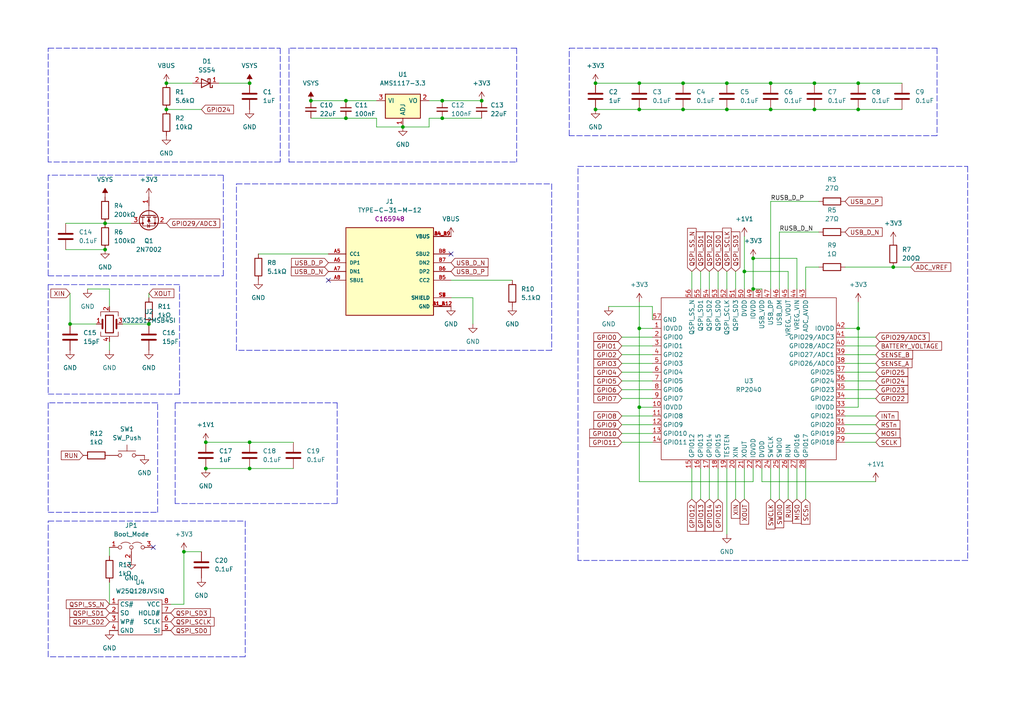
<source format=kicad_sch>
(kicad_sch (version 20211123) (generator eeschema)
  (paper "A4")
  (lib_symbols
    (symbol "01-rickbassham:GD25Q16ETIGR"
      (property "Reference" "U" (at 0 0 0))
      (property "Value" "GD25Q16ETIGR" (at 0 0 0))
      (symbol "GD25Q16ETIGR_0_1"
        (rectangle (start -6.35 -5.08) (end 6.35 -15.24))
      )
      (symbol "GD25Q16ETIGR_1_1"
        (pin output line (at -8.89 -6.35 0) (length 2.54) (name "CS#") (number "1"))
        (pin output line (at -8.89 -8.89 0) (length 2.54) (name "SO") (number "2"))
        (pin output line (at -8.89 -11.43 0) (length 2.54) (name "WP#") (number "3"))
        (pin output line (at -8.89 -13.97 0) (length 2.54) (name "GND") (number "4"))
        (pin output line (at 8.89 -13.97 180) (length 2.54) (name "SI") (number "5"))
        (pin output line (at 8.89 -11.43 180) (length 2.54) (name "SCLK") (number "6"))
        (pin output line (at 8.89 -8.89 180) (length 2.54) (name "HOLD#") (number "7"))
        (pin output line (at 8.89 -6.35 180) (length 2.54) (name "VCC") (number "8"))
      )
    )
    (symbol "01-rickbassham:RP2040"
      (property "Reference" "U" (at 0 1.27 0))
      (property "Value" "RP2040" (at 0 -1.27 0))
      (symbol "RP2040_0_1"
        (rectangle (start -25.4 25.4) (end 25.4 -21.59))
      )
      (symbol "RP2040_1_1"
        (pin output line (at -27.94 16.51 0) (length 2.54) (name "IOVDD") (number "1"))
        (pin output line (at -27.94 -6.35 0) (length 2.54) (name "IOVDD") (number "10"))
        (pin output line (at -27.94 -8.89 0) (length 2.54) (name "GPIO8") (number "11"))
        (pin output line (at -27.94 -11.43 0) (length 2.54) (name "GPIO9") (number "12"))
        (pin output line (at -27.94 -13.97 0) (length 2.54) (name "GPIO10") (number "13"))
        (pin output line (at -27.94 -16.51 0) (length 2.54) (name "GPIO11") (number "14"))
        (pin output line (at -16.51 -24.13 90) (length 2.54) (name "GPIO12") (number "15"))
        (pin output line (at -13.97 -24.13 90) (length 2.54) (name "GPIO13") (number "16"))
        (pin output line (at -11.43 -24.13 90) (length 2.54) (name "GPIO14") (number "17"))
        (pin output line (at -8.89 -24.13 90) (length 2.54) (name "GPIO15") (number "18"))
        (pin output line (at -6.35 -24.13 90) (length 2.54) (name "TESTEN") (number "19"))
        (pin output line (at -27.94 13.97 0) (length 2.54) (name "GPIO0") (number "2"))
        (pin output line (at -3.81 -24.13 90) (length 2.54) (name "XIN") (number "20"))
        (pin output line (at -1.27 -24.13 90) (length 2.54) (name "XOUT") (number "21"))
        (pin output line (at 1.27 -24.13 90) (length 2.54) (name "IOVDD") (number "22"))
        (pin output line (at 3.81 -24.13 90) (length 2.54) (name "DVDD") (number "23"))
        (pin output line (at 6.35 -24.13 90) (length 2.54) (name "SWCLK") (number "24"))
        (pin output line (at 8.89 -24.13 90) (length 2.54) (name "SWDIO") (number "25"))
        (pin output line (at 11.43 -24.13 90) (length 2.54) (name "RUN") (number "26"))
        (pin output line (at 13.97 -24.13 90) (length 2.54) (name "GPIO16") (number "27"))
        (pin output line (at 16.51 -24.13 90) (length 2.54) (name "GPIO17") (number "28"))
        (pin output line (at 27.94 -16.51 180) (length 2.54) (name "GPIO18") (number "29"))
        (pin output line (at -27.94 11.43 0) (length 2.54) (name "GPIO1") (number "3"))
        (pin output line (at 27.94 -13.97 180) (length 2.54) (name "GPIO19") (number "30"))
        (pin output line (at 27.94 -11.43 180) (length 2.54) (name "GPIO20") (number "31"))
        (pin output line (at 27.94 -8.89 180) (length 2.54) (name "GPIO21") (number "32"))
        (pin output line (at 27.94 -6.35 180) (length 2.54) (name "IOVDD") (number "33"))
        (pin output line (at 27.94 -3.81 180) (length 2.54) (name "GPIO22") (number "34"))
        (pin output line (at 27.94 -1.27 180) (length 2.54) (name "GPIO23") (number "35"))
        (pin output line (at 27.94 1.27 180) (length 2.54) (name "GPIO24") (number "36"))
        (pin output line (at 27.94 3.81 180) (length 2.54) (name "GPIO25") (number "37"))
        (pin output line (at 27.94 6.35 180) (length 2.54) (name "GPIO26/ADC0") (number "38"))
        (pin output line (at 27.94 8.89 180) (length 2.54) (name "GPIO27/ADC1") (number "39"))
        (pin output line (at -27.94 8.89 0) (length 2.54) (name "GPIO2") (number "4"))
        (pin output line (at 27.94 11.43 180) (length 2.54) (name "GPIO28/ADC2") (number "40"))
        (pin output line (at 27.94 13.97 180) (length 2.54) (name "GPIO29/ADC3") (number "41"))
        (pin output line (at 27.94 16.51 180) (length 2.54) (name "IOVDD") (number "42"))
        (pin output line (at 16.51 27.94 270) (length 2.54) (name "ADC_AVDD") (number "43"))
        (pin output line (at 13.97 27.94 270) (length 2.54) (name "VREG_VIN") (number "44"))
        (pin output line (at 11.43 27.94 270) (length 2.54) (name "VREG_VOUT") (number "45"))
        (pin output line (at 8.89 27.94 270) (length 2.54) (name "USB_DM") (number "46"))
        (pin output line (at 6.35 27.94 270) (length 2.54) (name "USB_DP") (number "47"))
        (pin output line (at 3.81 27.94 270) (length 2.54) (name "USB_VDD") (number "48"))
        (pin output line (at 1.27 27.94 270) (length 2.54) (name "IOVDD") (number "49"))
        (pin output line (at -27.94 6.35 0) (length 2.54) (name "GPIO3") (number "5"))
        (pin output line (at -1.27 27.94 270) (length 2.54) (name "DVDD") (number "50"))
        (pin output line (at -3.81 27.94 270) (length 2.54) (name "QSPI_SD3") (number "51"))
        (pin output line (at -6.35 27.94 270) (length 2.54) (name "QSPI_SCLK") (number "52"))
        (pin output line (at -8.89 27.94 270) (length 2.54) (name "QSPI_SD0") (number "53"))
        (pin output line (at -11.43 27.94 270) (length 2.54) (name "QSPI_SD2") (number "54"))
        (pin output line (at -13.97 27.94 270) (length 2.54) (name "QSPI_SD1") (number "55"))
        (pin output line (at -16.51 27.94 270) (length 2.54) (name "QSPI_SS_N") (number "56"))
        (pin output line (at -27.94 19.05 0) (length 2.54) (name "GND") (number "57"))
        (pin output line (at -27.94 3.81 0) (length 2.54) (name "GPIO4") (number "6"))
        (pin output line (at -27.94 1.27 0) (length 2.54) (name "GPIO5") (number "7"))
        (pin output line (at -27.94 -1.27 0) (length 2.54) (name "GPIO6") (number "8"))
        (pin output line (at -27.94 -3.81 0) (length 2.54) (name "GPIO7") (number "9"))
      )
    )
    (symbol "01-rickbassham:SS54" (pin_names hide)
      (property "Reference" "D" (at 0 1.27 0))
      (property "Value" "SS54" (at 0 -1.27 0))
      (symbol "SS54_0_1"
        (polyline (pts (xy 1.27 -3.81) (xy -1.27 -3.81)))
        (polyline (pts (xy 1.27 -2.54) (xy 1.27 -5.08) (xy -1.27 -3.81) (xy 1.27 -2.54)) (stroke (width 0.254)))
        (polyline (pts (xy -1.905 -3.175) (xy -1.905 -2.54) (xy -1.27 -2.54) (xy -1.27 -5.08) (xy -0.635 -5.08) (xy -0.635 -4.445)) (stroke (width 0.254)))
      )
      (symbol "SS54_1_1"
        (pin passive line (at -3.81 -3.81 0) (length 2.54) (name "K") (number "1"))
        (pin passive line (at 3.81 -3.81 180) (length 2.54) (name "A") (number "2"))
      )
    )
    (symbol "01-rickbassham:TYPE-C-31-M-12" (pin_names (offset 1.016))
      (property "Reference" "J" (at -12.7 13.462 0))
      (property "Value" "TYPE-C-31-M-12" (at -12.7 -13.462 0))
      (property "LCSC" "C165948" (at 0 0 0))
      (symbol "TYPE-C-31-M-12_0_0"
        (rectangle (start -12.7 -12.7) (end 12.7 12.7) (stroke (width 0.254)) (fill (type background)))
        (pin power_in line (at 17.78 -10.16 180) (length 5.08) (name "GND") (number "A1_B12"))
        (pin power_in line (at 17.78 10.16 180) (length 5.08) (name "VBUS") (number "A4_B9"))
        (pin bidirectional line (at -17.78 5.08 0) (length 5.08) (name "CC1") (number "A5"))
        (pin bidirectional line (at -17.78 2.54 0) (length 5.08) (name "DP1") (number "A6"))
        (pin bidirectional line (at -17.78 0 0) (length 5.08) (name "DN1") (number "A7"))
        (pin bidirectional line (at -17.78 -2.54 0) (length 5.08) (name "SBU1") (number "A8"))
        (pin power_in line (at 17.78 -10.16 180) (length 5.08) (name "GND") (number "B1_A12"))
        (pin power_in line (at 17.78 10.16 180) (length 5.08) (name "VBUS") (number "B4_A9"))
        (pin bidirectional line (at 17.78 -2.54 180) (length 5.08) (name "CC2") (number "B5"))
        (pin bidirectional line (at 17.78 0 180) (length 5.08) (name "DP2") (number "B6"))
        (pin bidirectional line (at 17.78 2.54 180) (length 5.08) (name "DN2") (number "B7"))
        (pin bidirectional line (at 17.78 5.08 180) (length 5.08) (name "SBU2") (number "B8"))
        (pin passive line (at 17.78 -7.62 180) (length 5.08) (name "SHIELD") (number "S1"))
        (pin passive line (at 17.78 -7.62 180) (length 5.08) (name "SHIELD") (number "S2"))
        (pin passive line (at 17.78 -7.62 180) (length 5.08) (name "SHIELD") (number "S3"))
        (pin passive line (at 17.78 -7.62 180) (length 5.08) (name "SHIELD") (number "S4"))
      )
    )
    (symbol "01-rickbassham:VSYS" (power) (pin_names (offset 0))
      (property "Value" "VSYS" (at 0 3.81 0))
      (symbol "VSYS_0_1"
        (polyline (pts (xy 0 0) (xy 0 2.54)))
        (polyline (pts (xy 0.762 1.27) (xy -0.762 1.27) (xy 0 2.54) (xy 0.762 1.27)) (fill (type outline)))
      )
      (symbol "VSYS_1_1"
        (pin power_in line (at 0 0 90) (length 0) hide (name "VSYS") (number "1"))
      )
    )
    (symbol "01-rickbassham:X322512MSB4SI" (pin_names hide)
      (property "Reference" "U" (at 0 0 0))
      (property "Value" "X322512MSB4SI" (at 0 0 0))
      (symbol "X322512MSB4SI_0_1"
        (rectangle (start -1.143 -10.16) (end 1.143 -15.24) (stroke (width 0.3048)))
        (polyline (pts (xy -2.54 -12.7) (xy -2.032 -12.7)))
        (polyline (pts (xy -2.032 -13.97) (xy -2.032 -11.43)) (stroke (width 0.508)))
        (polyline (pts (xy 0 -16.51) (xy 0 -16.256)))
        (polyline (pts (xy 0 -9.144) (xy 0 -8.89)))
        (polyline (pts (xy 2.032 -13.97) (xy 2.032 -11.43)) (stroke (width 0.508)))
        (polyline (pts (xy 2.032 -12.7) (xy 2.54 -12.7)))
        (polyline (pts (xy -2.54 -14.986) (xy -2.54 -16.256) (xy 2.54 -16.256) (xy 2.54 -14.986)))
        (polyline (pts (xy -2.54 -10.414) (xy -2.54 -9.144) (xy 2.54 -9.144) (xy 2.54 -10.414)))
      )
      (symbol "X322512MSB4SI_1_1"
        (pin passive line (at -3.81 -12.7 0) (length 1.27) (name "1") (number "1"))
        (pin passive line (at 0 -7.62 270) (length 1.27) (name "2") (number "2"))
        (pin passive line (at 3.81 -12.7 180) (length 1.27) (name "3") (number "3"))
        (pin passive line (at 0 -17.78 90) (length 1.27) (name "4") (number "4"))
      )
    )
    (symbol "Device:C" (pin_numbers hide) (pin_names (offset 0.254))
      (property "Reference" "C" (at 0.635 2.54 0))
      (property "Value" "C" (at 0.635 -2.54 0))
      (symbol "C_0_1"
        (polyline (pts (xy -2.032 -0.762) (xy 2.032 -0.762)) (stroke (width 0.508)))
        (polyline (pts (xy -2.032 0.762) (xy 2.032 0.762)) (stroke (width 0.508)))
      )
      (symbol "C_1_1"
        (pin passive line (at 0 3.81 270) (length 2.794) (name "~") (number "1"))
        (pin passive line (at 0 -3.81 90) (length 2.794) (name "~") (number "2"))
      )
    )
    (symbol "Device:C_Small" (pin_numbers hide) (pin_names (offset 0.254) hide)
      (property "Reference" "C" (at 0.254 1.778 0))
      (property "Value" "C_Small" (at 0.254 -2.032 0))
      (symbol "C_Small_0_1"
        (polyline (pts (xy -1.524 -0.508) (xy 1.524 -0.508)) (stroke (width 0.3302)))
        (polyline (pts (xy -1.524 0.508) (xy 1.524 0.508)) (stroke (width 0.3048)))
      )
      (symbol "C_Small_1_1"
        (pin passive line (at 0 2.54 270) (length 2.032) (name "~") (number "1"))
        (pin passive line (at 0 -2.54 90) (length 2.032) (name "~") (number "2"))
      )
    )
    (symbol "Device:R" (pin_numbers hide) (pin_names (offset 0))
      (property "Reference" "R" (at 2.032 0 90))
      (property "Value" "R" (at 0 0 90))
      (symbol "R_0_1"
        (rectangle (start -1.016 -2.54) (end 1.016 2.54) (stroke (width 0.254)))
      )
      (symbol "R_1_1"
        (pin passive line (at 0 3.81 270) (length 1.27) (name "~") (number "1"))
        (pin passive line (at 0 -3.81 90) (length 1.27) (name "~") (number "2"))
      )
    )
    (symbol "Jumper:Jumper_3_Open" (pin_names (offset 0) hide)
      (property "Reference" "JP" (at -2.54 -2.54 0))
      (property "Value" "Jumper_3_Open" (at 0 2.794 0))
      (symbol "Jumper_3_Open_0_0"
        (circle (center -3.302 0) (radius 0.508))
        (circle (center 0 0) (radius 0.508))
        (circle (center 3.302 0) (radius 0.508))
      )
      (symbol "Jumper_3_Open_0_1"
        (arc (start -0.254 1.016) (mid -1.651 1.4992) (end -3.048 1.016))
        (polyline (pts (xy 0 -0.508) (xy 0 -1.27)))
        (arc (start 3.048 1.016) (mid 1.651 1.4992) (end 0.254 1.016))
      )
      (symbol "Jumper_3_Open_1_1"
        (pin passive line (at -6.35 0 0) (length 2.54) (name "A") (number "1"))
        (pin passive line (at 0 -3.81 90) (length 2.54) (name "C") (number "2"))
        (pin passive line (at 6.35 0 180) (length 2.54) (name "B") (number "3"))
      )
    )
    (symbol "Regulator_Linear:AMS1117" (pin_names (offset 0.762))
      (property "Reference" "U" (at -3.81 3.175 0))
      (property "Value" "AMS1117" (at 0 3.175 0))
      (symbol "AMS1117_0_1"
        (rectangle (start -5.08 -5.08) (end 5.08 1.905) (stroke (width 0.254)) (fill (type background)))
      )
      (symbol "AMS1117_1_1"
        (pin input line (at 0 -7.62 90) (length 2.54) (name "ADJ") (number "1"))
        (pin power_out line (at 7.62 0 180) (length 2.54) (name "VO") (number "2"))
        (pin power_in line (at -7.62 0 0) (length 2.54) (name "VI") (number "3"))
      )
    )
    (symbol "Switch:SW_Push" (pin_numbers hide) (pin_names (offset 1.016) hide)
      (property "Reference" "SW" (at 1.27 2.54 0))
      (property "Value" "SW_Push" (at 0 -1.524 0))
      (symbol "SW_Push_0_1"
        (circle (center -2.032 0) (radius 0.508))
        (polyline (pts (xy 0 1.27) (xy 0 3.048)))
        (polyline (pts (xy 2.54 1.27) (xy -2.54 1.27)))
        (circle (center 2.032 0) (radius 0.508))
        (pin passive line (at -5.08 0 0) (length 2.54) (name "1") (number "1"))
        (pin passive line (at 5.08 0 180) (length 2.54) (name "2") (number "2"))
      )
    )
    (symbol "Transistor_FET:2N7002" (pin_names hide)
      (property "Reference" "Q" (at 5.08 1.905 0))
      (property "Value" "2N7002" (at 5.08 0 0))
      (symbol "2N7002_0_1"
        (polyline (pts (xy 0.254 0) (xy -2.54 0)))
        (polyline (pts (xy 0.254 1.905) (xy 0.254 -1.905)) (stroke (width 0.254)))
        (polyline (pts (xy 0.762 -1.27) (xy 0.762 -2.286)) (stroke (width 0.254)))
        (polyline (pts (xy 0.762 0.508) (xy 0.762 -0.508)) (stroke (width 0.254)))
        (polyline (pts (xy 0.762 2.286) (xy 0.762 1.27)) (stroke (width 0.254)))
        (polyline (pts (xy 2.54 2.54) (xy 2.54 1.778)))
        (polyline (pts (xy 2.54 -2.54) (xy 2.54 0) (xy 0.762 0)))
        (polyline (pts (xy 0.762 -1.778) (xy 3.302 -1.778) (xy 3.302 1.778) (xy 0.762 1.778)))
        (polyline (pts (xy 1.016 0) (xy 2.032 0.381) (xy 2.032 -0.381) (xy 1.016 0)) (fill (type outline)))
        (polyline (pts (xy 2.794 0.508) (xy 2.921 0.381) (xy 3.683 0.381) (xy 3.81 0.254)))
        (polyline (pts (xy 3.302 0.381) (xy 2.921 -0.254) (xy 3.683 -0.254) (xy 3.302 0.381)))
        (circle (center 1.651 0) (radius 2.794) (stroke (width 0.254)))
        (circle (center 2.54 -1.778) (radius 0.254) (fill (type outline)))
        (circle (center 2.54 1.778) (radius 0.254) (fill (type outline)))
      )
      (symbol "2N7002_1_1"
        (pin input line (at -5.08 0 0) (length 2.54) (name "G") (number "1"))
        (pin passive line (at 2.54 -5.08 90) (length 2.54) (name "S") (number "2"))
        (pin passive line (at 2.54 5.08 270) (length 2.54) (name "D") (number "3"))
      )
    )
    (symbol "power:+1V1" (power) (pin_names (offset 0))
      (property "Value" "+1V1" (at 0 3.556 0))
      (symbol "+1V1_0_1"
        (polyline (pts (xy -0.762 1.27) (xy 0 2.54)))
        (polyline (pts (xy 0 0) (xy 0 2.54)))
        (polyline (pts (xy 0 2.54) (xy 0.762 1.27)))
      )
      (symbol "+1V1_1_1"
        (pin power_in line (at 0 0 90) (length 0) hide (name "+1V1") (number "1"))
      )
    )
    (symbol "power:+3.3V" (power) (pin_names (offset 0))
      (property "Value" "+3.3V" (at 0 3.556 0))
      (symbol "+3.3V_0_1"
        (polyline (pts (xy -0.762 1.27) (xy 0 2.54)))
        (polyline (pts (xy 0 0) (xy 0 2.54)))
        (polyline (pts (xy 0 2.54) (xy 0.762 1.27)))
      )
      (symbol "+3.3V_1_1"
        (pin power_in line (at 0 0 90) (length 0) hide (name "+3V3") (number "1"))
      )
    )
    (symbol "power:GND" (power) (pin_names (offset 0))
      (property "Value" "GND" (at 0 -3.81 0))
      (symbol "GND_0_1"
        (polyline (pts (xy 0 0) (xy 0 -1.27) (xy 1.27 -1.27) (xy 0 -2.54) (xy -1.27 -1.27) (xy 0 -1.27)))
      )
      (symbol "GND_1_1"
        (pin power_in line (at 0 0 270) (length 0) hide (name "GND") (number "1"))
      )
    )
    (symbol "power:VBUS" (power) (pin_names (offset 0))
      (property "Value" "VBUS" (at 0 3.81 0))
      (symbol "VBUS_0_1"
        (polyline (pts (xy -0.762 1.27) (xy 0 2.54)))
        (polyline (pts (xy 0 0) (xy 0 2.54)))
        (polyline (pts (xy 0 2.54) (xy 0.762 1.27)))
      )
      (symbol "VBUS_1_1"
        (pin power_in line (at 0 0 90) (length 0) hide (name "VBUS") (number "1"))
      )
    )
  )
  (junction (at 236.22 24.13))
  (junction (at 172.72 24.13))
  (junction (at 259.08 77.47))
  (junction (at 116.84 36.83))
  (junction (at 223.52 24.13))
  (junction (at 185.42 31.75))
  (junction (at 172.72 31.75))
  (junction (at 198.12 24.13))
  (junction (at 223.52 31.75))
  (junction (at 128.27 34.29))
  (junction (at 72.39 135.89))
  (junction (at 185.42 118.11))
  (junction (at 48.26 31.75))
  (junction (at 100.33 29.21))
  (junction (at 185.42 24.13))
  (junction (at 128.27 29.21))
  (junction (at 218.44 74.93))
  (junction (at 59.69 135.89))
  (junction (at 30.48 64.77))
  (junction (at 72.39 24.13))
  (junction (at 72.39 128.27))
  (junction (at 248.92 31.75))
  (junction (at 53.34 160.02))
  (junction (at 30.48 72.39))
  (junction (at 198.12 31.75))
  (junction (at 210.82 31.75))
  (junction (at 236.22 31.75))
  (junction (at 43.18 93.98))
  (junction (at 215.9 78.74))
  (junction (at 100.33 34.29))
  (junction (at 210.82 24.13))
  (junction (at 185.42 95.25))
  (junction (at 20.32 93.98))
  (junction (at 248.92 95.25))
  (junction (at 59.69 128.27))
  (junction (at 90.17 29.21))
  (junction (at 139.7 29.21))
  (junction (at 218.44 83.82))
  (junction (at 48.26 24.13))
  (junction (at 248.92 24.13))
  (no_connect (at 95.25 81.28))
  (no_connect (at 44.45 158.75))
  (no_connect (at 130.81 73.66))
  (wire (pts (xy 223.52 83.82) (xy 223.52 58.42)))
  (wire (pts (xy 128.27 29.21) (xy 139.7 29.21)))
  (wire (pts (xy 233.68 77.47) (xy 237.49 77.47)))
  (wire (pts (xy 189.23 118.11) (xy 185.42 118.11)))
  (wire (pts (xy 189.23 88.9) (xy 189.23 92.71)))
  (polyline (pts (xy 160.02 101.6) (xy 68.58 101.6)))
  (wire (pts (xy 223.52 31.75) (xy 236.22 31.75)))
  (polyline (pts (xy 271.78 13.97) (xy 271.78 39.37)))
  (wire (pts (xy 245.11 105.41) (xy 254 105.41)))
  (wire (pts (xy 180.34 113.03) (xy 189.23 113.03)))
  (polyline (pts (xy 13.97 13.97) (xy 81.28 13.97)))
  (polyline (pts (xy 97.79 146.05) (xy 50.8 146.05)))
  (wire (pts (xy 100.33 29.21) (xy 109.22 29.21)))
  (polyline (pts (xy 13.97 148.59) (xy 45.72 148.59)))
  (wire (pts (xy 210.82 135.89) (xy 210.82 154.94)))
  (wire (pts (xy 100.33 34.29) (xy 109.22 34.29)))
  (wire (pts (xy 248.92 95.25) (xy 245.11 95.25)))
  (wire (pts (xy 185.42 87.63) (xy 185.42 95.25)))
  (wire (pts (xy 245.11 102.87) (xy 254 102.87)))
  (wire (pts (xy 223.52 24.13) (xy 236.22 24.13)))
  (wire (pts (xy 248.92 87.63) (xy 248.92 95.25)))
  (wire (pts (xy 53.34 160.02) (xy 58.42 160.02)))
  (wire (pts (xy 208.28 78.74) (xy 208.28 83.82)))
  (wire (pts (xy 180.34 107.95) (xy 189.23 107.95)))
  (wire (pts (xy 180.34 110.49) (xy 189.23 110.49)))
  (polyline (pts (xy 45.72 148.59) (xy 45.72 116.84)))
  (wire (pts (xy 185.42 24.13) (xy 198.12 24.13)))
  (wire (pts (xy 49.53 175.26) (xy 53.34 175.26)))
  (wire (pts (xy 72.39 135.89) (xy 85.09 135.89)))
  (wire (pts (xy 90.17 29.21) (xy 100.33 29.21)))
  (wire (pts (xy 185.42 31.75) (xy 198.12 31.75)))
  (wire (pts (xy 245.11 120.65) (xy 254 120.65)))
  (wire (pts (xy 172.72 31.75) (xy 185.42 31.75)))
  (polyline (pts (xy 160.02 53.34) (xy 160.02 101.6)))
  (polyline (pts (xy 68.58 101.6) (xy 68.58 53.34)))
  (wire (pts (xy 259.08 77.47) (xy 264.16 77.47)))
  (wire (pts (xy 245.11 115.57) (xy 254 115.57)))
  (polyline (pts (xy 280.67 162.56) (xy 167.64 162.56)))
  (wire (pts (xy 185.42 139.7) (xy 185.42 118.11)))
  (polyline (pts (xy 13.97 46.99) (xy 13.97 13.97)))
  (wire (pts (xy 215.9 135.89) (xy 215.9 144.78)))
  (wire (pts (xy 254 139.7) (xy 220.98 139.7)))
  (wire (pts (xy 180.34 128.27) (xy 189.23 128.27)))
  (wire (pts (xy 130.81 86.36) (xy 137.16 86.36)))
  (wire (pts (xy 203.2 135.89) (xy 203.2 144.78)))
  (polyline (pts (xy 81.28 13.97) (xy 81.28 46.99)))
  (wire (pts (xy 213.36 78.74) (xy 213.36 83.82)))
  (polyline (pts (xy 52.07 114.3) (xy 52.07 82.55)))
  (polyline (pts (xy 13.97 116.84) (xy 13.97 148.59)))
  (wire (pts (xy 218.44 83.82) (xy 220.98 83.82)))
  (wire (pts (xy 208.28 135.89) (xy 208.28 144.78)))
  (wire (pts (xy 137.16 86.36) (xy 137.16 93.98)))
  (wire (pts (xy 124.46 29.21) (xy 128.27 29.21)))
  (polyline (pts (xy 167.64 48.26) (xy 280.67 48.26)))
  (polyline (pts (xy 71.12 190.5) (xy 13.97 190.5)))
  (polyline (pts (xy 13.97 82.55) (xy 13.97 114.3)))
  (wire (pts (xy 198.12 31.75) (xy 210.82 31.75)))
  (wire (pts (xy 55.88 24.13) (xy 48.26 24.13)))
  (wire (pts (xy 74.93 73.66) (xy 95.25 73.66)))
  (wire (pts (xy 198.12 24.13) (xy 210.82 24.13)))
  (polyline (pts (xy 165.1 13.97) (xy 271.78 13.97)))
  (wire (pts (xy 231.14 74.93) (xy 218.44 74.93)))
  (wire (pts (xy 228.6 83.82) (xy 228.6 78.74)))
  (wire (pts (xy 139.7 34.29) (xy 128.27 34.29)))
  (polyline (pts (xy 13.97 151.13) (xy 71.12 151.13)))
  (polyline (pts (xy 149.86 13.97) (xy 149.86 46.99)))
  (wire (pts (xy 53.34 175.26) (xy 53.34 160.02)))
  (polyline (pts (xy 13.97 190.5) (xy 13.97 151.13)))
  (wire (pts (xy 59.69 135.89) (xy 72.39 135.89)))
  (wire (pts (xy 245.11 125.73) (xy 254 125.73)))
  (wire (pts (xy 180.34 123.19) (xy 189.23 123.19)))
  (wire (pts (xy 19.05 72.39) (xy 30.48 72.39)))
  (polyline (pts (xy 68.58 53.34) (xy 160.02 53.34)))
  (polyline (pts (xy 13.97 50.8) (xy 13.97 80.01)))
  (wire (pts (xy 19.05 64.77) (xy 30.48 64.77)))
  (wire (pts (xy 210.82 31.75) (xy 223.52 31.75)))
  (wire (pts (xy 203.2 78.74) (xy 203.2 83.82)))
  (wire (pts (xy 220.98 139.7) (xy 220.98 135.89)))
  (polyline (pts (xy 280.67 48.26) (xy 280.67 162.56)))
  (polyline (pts (xy 50.8 116.84) (xy 97.79 116.84)))
  (polyline (pts (xy 83.82 13.97) (xy 83.82 46.99)))
  (wire (pts (xy 245.11 100.33) (xy 254 100.33)))
  (wire (pts (xy 185.42 95.25) (xy 189.23 95.25)))
  (wire (pts (xy 245.11 113.03) (xy 254 113.03)))
  (wire (pts (xy 20.32 93.98) (xy 27.94 93.98)))
  (wire (pts (xy 205.74 78.74) (xy 205.74 83.82)))
  (wire (pts (xy 180.34 125.73) (xy 189.23 125.73)))
  (polyline (pts (xy 13.97 114.3) (xy 52.07 114.3)))
  (polyline (pts (xy 97.79 116.84) (xy 97.79 146.05)))
  (wire (pts (xy 236.22 31.75) (xy 248.92 31.75)))
  (wire (pts (xy 236.22 24.13) (xy 248.92 24.13)))
  (wire (pts (xy 231.14 135.89) (xy 231.14 144.78)))
  (wire (pts (xy 248.92 24.13) (xy 261.62 24.13)))
  (wire (pts (xy 180.34 100.33) (xy 189.23 100.33)))
  (polyline (pts (xy 45.72 116.84) (xy 13.97 116.84)))
  (wire (pts (xy 180.34 102.87) (xy 189.23 102.87)))
  (polyline (pts (xy 271.78 39.37) (xy 165.1 39.37)))
  (wire (pts (xy 223.52 135.89) (xy 223.52 144.78)))
  (wire (pts (xy 63.5 24.13) (xy 72.39 24.13)))
  (wire (pts (xy 218.44 74.93) (xy 218.44 83.82)))
  (wire (pts (xy 185.42 95.25) (xy 185.42 118.11)))
  (wire (pts (xy 248.92 31.75) (xy 261.62 31.75)))
  (wire (pts (xy 58.42 31.75) (xy 48.26 31.75)))
  (wire (pts (xy 228.6 135.89) (xy 228.6 144.78)))
  (wire (pts (xy 210.82 78.74) (xy 210.82 83.82)))
  (wire (pts (xy 176.53 88.9) (xy 189.23 88.9)))
  (wire (pts (xy 205.74 135.89) (xy 205.74 144.78)))
  (wire (pts (xy 31.75 168.91) (xy 31.75 175.26)))
  (wire (pts (xy 213.36 135.89) (xy 213.36 144.78)))
  (polyline (pts (xy 167.64 162.56) (xy 167.64 48.26)))
  (polyline (pts (xy 52.07 82.55) (xy 13.97 82.55)))
  (wire (pts (xy 180.34 105.41) (xy 189.23 105.41)))
  (polyline (pts (xy 71.12 151.13) (xy 71.12 190.5)))
  (wire (pts (xy 59.69 128.27) (xy 72.39 128.27)))
  (wire (pts (xy 25.4 83.82) (xy 31.75 83.82)))
  (wire (pts (xy 109.22 34.29) (xy 109.22 36.83)))
  (wire (pts (xy 245.11 110.49) (xy 254 110.49)))
  (wire (pts (xy 180.34 97.79) (xy 189.23 97.79)))
  (polyline (pts (xy 83.82 46.99) (xy 149.86 46.99)))
  (wire (pts (xy 245.11 128.27) (xy 254 128.27)))
  (wire (pts (xy 31.75 158.75) (xy 31.75 161.29)))
  (wire (pts (xy 200.66 78.74) (xy 200.66 83.82)))
  (wire (pts (xy 210.82 24.13) (xy 223.52 24.13)))
  (wire (pts (xy 245.11 97.79) (xy 254 97.79)))
  (wire (pts (xy 130.81 81.28) (xy 148.59 81.28)))
  (wire (pts (xy 215.9 78.74) (xy 215.9 83.82)))
  (wire (pts (xy 20.32 85.09) (xy 20.32 93.98)))
  (wire (pts (xy 245.11 118.11) (xy 248.92 118.11)))
  (wire (pts (xy 233.68 83.82) (xy 233.68 77.47)))
  (wire (pts (xy 245.11 107.95) (xy 254 107.95)))
  (wire (pts (xy 31.75 101.6) (xy 31.75 99.06)))
  (wire (pts (xy 248.92 118.11) (xy 248.92 95.25)))
  (polyline (pts (xy 50.8 146.05) (xy 50.8 116.84)))
  (wire (pts (xy 72.39 128.27) (xy 85.09 128.27)))
  (polyline (pts (xy 165.1 39.37) (xy 165.1 13.97)))
  (wire (pts (xy 228.6 78.74) (xy 215.9 78.74)))
  (wire (pts (xy 124.46 36.83) (xy 116.84 36.83)))
  (wire (pts (xy 226.06 67.31) (xy 237.49 67.31)))
  (wire (pts (xy 124.46 34.29) (xy 124.46 36.83)))
  (wire (pts (xy 35.56 93.98) (xy 43.18 93.98)))
  (wire (pts (xy 226.06 83.82) (xy 226.06 67.31)))
  (polyline (pts (xy 149.86 13.97) (xy 83.82 13.97)))
  (wire (pts (xy 128.27 34.29) (xy 124.46 34.29)))
  (wire (pts (xy 245.11 123.19) (xy 254 123.19)))
  (wire (pts (xy 109.22 36.83) (xy 116.84 36.83)))
  (wire (pts (xy 180.34 115.57) (xy 189.23 115.57)))
  (wire (pts (xy 233.68 135.89) (xy 233.68 144.78)))
  (wire (pts (xy 180.34 120.65) (xy 189.23 120.65)))
  (polyline (pts (xy 64.77 50.8) (xy 13.97 50.8)))
  (polyline (pts (xy 64.77 80.01) (xy 64.77 50.8)))
  (wire (pts (xy 218.44 135.89) (xy 218.44 139.7)))
  (wire (pts (xy 172.72 24.13) (xy 185.42 24.13)))
  (wire (pts (xy 30.48 64.77) (xy 38.1 64.77)))
  (wire (pts (xy 231.14 83.82) (xy 231.14 74.93)))
  (wire (pts (xy 223.52 58.42) (xy 237.49 58.42)))
  (wire (pts (xy 90.17 34.29) (xy 100.33 34.29)))
  (polyline (pts (xy 13.97 80.01) (xy 64.77 80.01)))
  (polyline (pts (xy 81.28 46.99) (xy 13.97 46.99)))
  (wire (pts (xy 218.44 139.7) (xy 185.42 139.7)))
  (wire (pts (xy 215.9 68.58) (xy 215.9 78.74)))
  (wire (pts (xy 31.75 83.82) (xy 31.75 88.9)))
  (wire (pts (xy 200.66 135.89) (xy 200.66 144.78)))
  (wire (pts (xy 226.06 135.89) (xy 226.06 144.78)))
  (wire (pts (xy 245.11 77.47) (xy 259.08 77.47)))
  (wire (pts (xy 43.18 85.09) (xy 43.18 86.36)))
  (label "RUSB_D_P" (at 223.52 58.42 0))
  (label "RUSB_D_N" (at 226.06 67.31 0))
  (global_label "QSPI_SS_N" (shape input) (at 200.66 78.74 90) (property "Intersheet References" "${INTERSHEET_REFS}" (effects hide)))
  (global_label "GPIO10" (shape input) (at 180.34 125.73 180) (property "Intersheet References" "${INTERSHEET_REFS}" (effects hide)))
  (global_label "GPIO5" (shape input) (at 180.34 110.49 180) (property "Intersheet References" "${INTERSHEET_REFS}" (effects hide)))
  (global_label "RUN" (shape input) (at 24.13 132.08 180) (property "Intersheet References" "${INTERSHEET_REFS}" (effects hide)))
  (global_label "GPIO11" (shape input) (at 180.34 128.27 180) (property "Intersheet References" "${INTERSHEET_REFS}" (effects hide)))
  (global_label "GPIO8" (shape input) (at 180.34 120.65 180) (property "Intersheet References" "${INTERSHEET_REFS}" (effects hide)))
  (global_label "RUN" (shape input) (at 228.6 144.78 270) (property "Intersheet References" "${INTERSHEET_REFS}" (effects hide)))
  (global_label "GPIO29{slash}ADC3" (shape input) (at 254 97.79 0) (property "Intersheet References" "${INTERSHEET_REFS}" (effects hide)))
  (global_label "QSPI_SD2" (shape input) (at 205.74 78.74 90) (property "Intersheet References" "${INTERSHEET_REFS}" (effects hide)))
  (global_label "USB_D_P" (shape input) (at 130.81 78.74 0) (property "Intersheet References" "${INTERSHEET_REFS}" (effects hide)))
  (global_label "SENSE_A" (shape input) (at 254 105.41 0) (property "Intersheet References" "${INTERSHEET_REFS}" (effects hide)))
  (global_label "QSPI_SD1" (shape input) (at 203.2 78.74 90) (property "Intersheet References" "${INTERSHEET_REFS}" (effects hide)))
  (global_label "GPIO1" (shape input) (at 180.34 100.33 180) (property "Intersheet References" "${INTERSHEET_REFS}" (effects hide)))
  (global_label "MOSI" (shape input) (at 254 125.73 0) (property "Intersheet References" "${INTERSHEET_REFS}" (effects hide)))
  (global_label "QSPI_SD2" (shape input) (at 31.75 180.34 180) (property "Intersheet References" "${INTERSHEET_REFS}" (effects hide)))
  (global_label "SCSn" (shape input) (at 233.68 144.78 270) (property "Intersheet References" "${INTERSHEET_REFS}" (effects hide)))
  (global_label "GPIO6" (shape input) (at 180.34 113.03 180) (property "Intersheet References" "${INTERSHEET_REFS}" (effects hide)))
  (global_label "XIN" (shape input) (at 213.36 144.78 270) (property "Intersheet References" "${INTERSHEET_REFS}" (effects hide)))
  (global_label "SWDIO" (shape input) (at 226.06 144.78 270) (property "Intersheet References" "${INTERSHEET_REFS}" (effects hide)))
  (global_label "GPIO13" (shape input) (at 203.2 144.78 270) (property "Intersheet References" "${INTERSHEET_REFS}" (effects hide)))
  (global_label "GPIO7" (shape input) (at 180.34 115.57 180) (property "Intersheet References" "${INTERSHEET_REFS}" (effects hide)))
  (global_label "USB_D_P" (shape input) (at 245.11 58.42 0) (property "Intersheet References" "${INTERSHEET_REFS}" (effects hide)))
  (global_label "GPIO23" (shape input) (at 254 113.03 0) (property "Intersheet References" "${INTERSHEET_REFS}" (effects hide)))
  (global_label "QSPI_SCLK" (shape input) (at 210.82 78.74 90) (property "Intersheet References" "${INTERSHEET_REFS}" (effects hide)))
  (global_label "XOUT" (shape input) (at 215.9 144.78 270) (property "Intersheet References" "${INTERSHEET_REFS}" (effects hide)))
  (global_label "GPIO4" (shape input) (at 180.34 107.95 180) (property "Intersheet References" "${INTERSHEET_REFS}" (effects hide)))
  (global_label "INTn" (shape input) (at 254 120.65 0) (property "Intersheet References" "${INTERSHEET_REFS}" (effects hide)))
  (global_label "SCLK" (shape input) (at 254 128.27 0) (property "Intersheet References" "${INTERSHEET_REFS}" (effects hide)))
  (global_label "SENSE_B" (shape input) (at 254 102.87 0) (property "Intersheet References" "${INTERSHEET_REFS}" (effects hide)))
  (global_label "GPIO24" (shape input) (at 254 110.49 0) (property "Intersheet References" "${INTERSHEET_REFS}" (effects hide)))
  (global_label "USB_D_N" (shape input) (at 95.25 78.74 180) (property "Intersheet References" "${INTERSHEET_REFS}" (effects hide)))
  (global_label "GPIO15" (shape input) (at 208.28 144.78 270) (property "Intersheet References" "${INTERSHEET_REFS}" (effects hide)))
  (global_label "BATTERY_VOLTAGE" (shape input) (at 254 100.33 0) (property "Intersheet References" "${INTERSHEET_REFS}" (effects hide)))
  (global_label "QSPI_SD3" (shape input) (at 49.53 177.8 0) (property "Intersheet References" "${INTERSHEET_REFS}" (effects hide)))
  (global_label "XIN" (shape input) (at 20.32 85.09 180) (property "Intersheet References" "${INTERSHEET_REFS}" (effects hide)))
  (global_label "USB_D_N" (shape input) (at 245.11 67.31 0) (property "Intersheet References" "${INTERSHEET_REFS}" (effects hide)))
  (global_label "GPIO9" (shape input) (at 180.34 123.19 180) (property "Intersheet References" "${INTERSHEET_REFS}" (effects hide)))
  (global_label "XOUT" (shape input) (at 43.18 85.09 0) (property "Intersheet References" "${INTERSHEET_REFS}" (effects hide)))
  (global_label "QSPI_SD0" (shape input) (at 208.28 78.74 90) (property "Intersheet References" "${INTERSHEET_REFS}" (effects hide)))
  (global_label "GPIO3" (shape input) (at 180.34 105.41 180) (property "Intersheet References" "${INTERSHEET_REFS}" (effects hide)))
  (global_label "ADC_VREF" (shape input) (at 264.16 77.47 0) (property "Intersheet References" "${INTERSHEET_REFS}" (effects hide)))
  (global_label "QSPI_SD1" (shape input) (at 31.75 177.8 180) (property "Intersheet References" "${INTERSHEET_REFS}" (effects hide)))
  (global_label "QSPI_SCLK" (shape input) (at 49.53 180.34 0) (property "Intersheet References" "${INTERSHEET_REFS}" (effects hide)))
  (global_label "RSTn" (shape input) (at 254 123.19 0) (property "Intersheet References" "${INTERSHEET_REFS}" (effects hide)))
  (global_label "GPIO24" (shape input) (at 58.42 31.75 0) (property "Intersheet References" "${INTERSHEET_REFS}" (effects hide)))
  (global_label "USB_D_P" (shape input) (at 95.25 76.2 180) (property "Intersheet References" "${INTERSHEET_REFS}" (effects hide)))
  (global_label "USB_D_N" (shape input) (at 130.81 76.2 0) (property "Intersheet References" "${INTERSHEET_REFS}" (effects hide)))
  (global_label "GPIO0" (shape input) (at 180.34 97.79 180) (property "Intersheet References" "${INTERSHEET_REFS}" (effects hide)))
  (global_label "GPIO14" (shape input) (at 205.74 144.78 270) (property "Intersheet References" "${INTERSHEET_REFS}" (effects hide)))
  (global_label "QSPI_SD0" (shape input) (at 49.53 182.88 0) (property "Intersheet References" "${INTERSHEET_REFS}" (effects hide)))
  (global_label "GPIO25" (shape input) (at 254 107.95 0) (property "Intersheet References" "${INTERSHEET_REFS}" (effects hide)))
  (global_label "SWCLK" (shape input) (at 223.52 144.78 270) (property "Intersheet References" "${INTERSHEET_REFS}" (effects hide)))
  (global_label "GPIO29{slash}ADC3" (shape input) (at 48.26 64.77 0) (property "Intersheet References" "${INTERSHEET_REFS}" (effects hide)))
  (global_label "GPIO22" (shape input) (at 254 115.57 0) (property "Intersheet References" "${INTERSHEET_REFS}" (effects hide)))
  (global_label "GPIO12" (shape input) (at 200.66 144.78 270) (property "Intersheet References" "${INTERSHEET_REFS}" (effects hide)))
  (global_label "QSPI_SS_N" (shape input) (at 31.75 175.26 180) (property "Intersheet References" "${INTERSHEET_REFS}" (effects hide)))
  (global_label "MISO" (shape input) (at 231.14 144.78 270) (property "Intersheet References" "${INTERSHEET_REFS}" (effects hide)))
  (global_label "GPIO2" (shape input) (at 180.34 102.87 180) (property "Intersheet References" "${INTERSHEET_REFS}" (effects hide)))
  (global_label "QSPI_SD3" (shape input) (at 213.36 78.74 90) (property "Intersheet References" "${INTERSHEET_REFS}" (effects hide)))
  (symbol (lib_id "Device:R") (at 241.3 67.31 90) (unit 1)
    (property "Reference" "R5" (at 241.3 60.96 90))
    (property "Value" "27Ω" (at 241.3 63.5 90))
    (property "Footprint" "Resistor_SMD:R_0603_1608Metric" (effects hide))
    (property "LCSC" "C25190" (effects hide))
    (property "JLCPCB Class" "B" (effects hide))
  )
  (symbol (lib_id "power:+3.3V") (at 172.72 24.13 0) (unit 1)
    (property "Reference" "#PWR0135" (effects hide))
    (property "Value" "+3.3V" (at 172.72 19.05 0))
  )
  (symbol (lib_id "power:GND") (at 20.32 101.6 0) (unit 1)
    (property "Reference" "#PWR0112" (effects hide))
    (property "Value" "GND" (at 20.32 106.68 0))
  )
  (symbol (lib_id "power:GND") (at 148.59 88.9 0) (unit 1)
    (property "Reference" "#PWR0103" (effects hide))
    (property "Value" "GND" (at 148.59 93.98 0))
  )
  (symbol (lib_id "power:+3.3V") (at 139.7 29.21 0) (unit 1)
    (property "Reference" "#PWR0117" (effects hide))
    (property "Value" "+3.3V" (at 139.7 24.13 0))
  )
  (symbol (lib_id "Device:R") (at 241.3 58.42 90) (unit 1)
    (property "Reference" "R3" (at 241.3 52.07 90))
    (property "Value" "27Ω" (at 241.3 54.61 90))
    (property "Footprint" "Resistor_SMD:R_0603_1608Metric" (effects hide))
    (property "LCSC" "C25190" (effects hide))
    (property "JLCPCB Class" "B" (effects hide))
  )
  (symbol (lib_id "power:VBUS") (at 130.81 68.58 0) (unit 1)
    (property "Reference" "#PWR0105" (effects hide))
    (property "Value" "VBUS" (at 130.81 63.5 0))
  )
  (symbol (lib_id "Device:C") (at 58.42 163.83 0) (unit 1)
    (property "Reference" "C20" (at 62.23 162.5599 0) (effects (justify left)))
    (property "Value" "0.1uF" (at 62.23 165.0999 0) (effects (justify left)))
    (property "Footprint" "Capacitor_SMD:C_0402_1005Metric" (effects hide))
    (property "LCSC" "C1525" (effects hide))
    (property "JLCPCB Class" "B" (effects hide))
  )
  (symbol (lib_id "power:GND") (at 38.1 162.56 0) (unit 1)
    (property "Reference" "#PWR0121" (effects hide))
    (property "Value" "GND" (at 38.1 167.64 0))
  )
  (symbol (lib_id "power:GND") (at 137.16 93.98 0) (unit 1)
    (property "Reference" "#PWR0104" (effects hide))
    (property "Value" "GND" (at 137.16 99.06 0))
  )
  (symbol (lib_id "01-rickbassham:VSYS") (at 30.48 57.15 0) (unit 1)
    (property "Reference" "#PWR0126" (effects hide))
    (property "Value" "VSYS" (at 30.48 52.07 0))
  )
  (symbol (lib_id "power:GND") (at 31.75 182.88 0) (unit 1)
    (property "Reference" "#PWR0123" (effects hide))
    (property "Value" "GND" (at 31.75 187.96 0))
  )
  (symbol (lib_id "Device:C") (at 20.32 97.79 0) (unit 1)
    (property "Reference" "C15" (at 24.13 96.5199 0) (effects (justify left)))
    (property "Value" "15pF" (at 24.13 99.0599 0) (effects (justify left)))
    (property "Footprint" "Capacitor_SMD:C_0402_1005Metric" (effects hide))
    (property "LCSC" "C1548" (effects hide))
    (property "JLCPCB Class" "B" (effects hide))
  )
  (symbol (lib_id "power:GND") (at 176.53 88.9 0) (unit 1)
    (property "Reference" "#PWR0132" (effects hide))
    (property "Value" "GND" (at 176.53 93.98 0))
  )
  (symbol (lib_id "power:GND") (at 210.82 154.94 0) (unit 1)
    (property "Reference" "#PWR0138" (effects hide))
    (property "Value" "GND" (at 210.82 160.02 0))
  )
  (symbol (lib_id "power:GND") (at 43.18 101.6 0) (unit 1)
    (property "Reference" "#PWR0111" (effects hide))
    (property "Value" "GND" (at 43.18 106.68 0))
  )
  (symbol (lib_id "power:+1V1") (at 215.9 68.58 0) (unit 1)
    (property "Reference" "#PWR0133" (effects hide))
    (property "Value" "+1V1" (at 215.9 63.5 0))
  )
  (symbol (lib_id "power:GND") (at 25.4 83.82 0) (unit 1)
    (property "Reference" "#PWR0114" (effects hide))
    (property "Value" "GND" (at 25.4 88.9 0))
  )
  (symbol (lib_id "Device:R") (at 43.18 90.17 0) (unit 1)
    (property "Reference" "R11" (at 45.72 88.8999 0) (effects (justify left)))
    (property "Value" "1kΩ" (at 45.72 91.4399 0) (effects (justify left)))
    (property "Footprint" "Resistor_SMD:R_0402_1005Metric" (effects hide))
    (property "LCSC" "C11702" (effects hide))
    (property "JLCPCB Class" "B" (effects hide))
  )
  (symbol (lib_id "Switch:SW_Push") (at 36.83 132.08 0) (unit 1)
    (property "Reference" "SW1" (at 36.83 124.46 0))
    (property "Value" "SW_Push" (at 36.83 127 0))
    (property "Footprint" "01-rickbassham:SW_TS-1187A-B-A-B" (effects hide))
    (property "LCSC" "C318884" (effects hide))
    (property "JLCPCB Class" "B" (effects hide))
  )
  (symbol (lib_id "Device:R") (at 74.93 77.47 180) (unit 1)
    (property "Reference" "R8" (at 77.47 76.1999 0) (effects (justify right)))
    (property "Value" "5.1kΩ" (at 77.47 78.7399 0) (effects (justify right)))
    (property "Footprint" "Resistor_SMD:R_0402_1005Metric" (effects hide))
  )
  (symbol (lib_id "Device:R") (at 30.48 60.96 0) (unit 1)
    (property "Reference" "R4" (at 33.02 59.6899 0) (effects (justify left)))
    (property "Value" "200kΩ" (at 33.02 62.2299 0) (effects (justify left)))
    (property "Footprint" "Resistor_SMD:R_0402_1005Metric" (effects hide))
    (property "LCSC" "C25764" (effects hide))
    (property "JLCPCB Class" "B" (effects hide))
  )
  (symbol (lib_id "power:GND") (at 59.69 135.89 0) (unit 1)
    (property "Reference" "#PWR0101" (effects hide))
    (property "Value" "GND" (at 59.69 140.97 0))
  )
  (symbol (lib_id "Device:C") (at 172.72 27.94 0) (unit 1)
    (property "Reference" "C2" (at 176.53 26.6699 0) (effects (justify left)))
    (property "Value" "1uF" (at 176.53 29.2099 0) (effects (justify left)))
    (property "Footprint" "Capacitor_SMD:C_0402_1005Metric" (effects hide))
    (property "LCSC" "C52923" (effects hide))
    (property "JLCPCB Class" "B" (effects hide))
  )
  (symbol (lib_id "Device:C_Small") (at 90.17 31.75 0) (unit 1)
    (property "Reference" "C10" (at 92.71 30.4862 0) (effects (justify left)))
    (property "Value" "22uF" (at 92.71 33.0262 0) (effects (justify left)))
    (property "Footprint" "Capacitor_SMD:C_0805_2012Metric" (effects hide))
    (property "LCSC" "C45783" (effects hide))
    (property "JLCPCB Class" "B" (effects hide))
  )
  (symbol (lib_id "power:GND") (at 31.75 101.6 0) (unit 1)
    (property "Reference" "#PWR0113" (effects hide))
    (property "Value" "GND" (at 31.75 106.68 0))
  )
  (symbol (lib_id "power:+3.3V") (at 53.34 160.02 0) (unit 1)
    (property "Reference" "#PWR0120" (effects hide))
    (property "Value" "+3.3V" (at 53.34 154.94 0))
  )
  (symbol (lib_id "power:+3.3V") (at 259.08 69.85 0) (unit 1)
    (property "Reference" "#PWR0137" (effects hide))
    (property "Value" "+3.3V" (at 259.08 64.77 0))
  )
  (symbol (lib_id "Device:C") (at 59.69 132.08 0) (unit 1)
    (property "Reference" "C17" (at 63.5 130.8099 0) (effects (justify left)))
    (property "Value" "1uF" (at 63.5 133.3499 0) (effects (justify left)))
    (property "Footprint" "Capacitor_SMD:C_0402_1005Metric" (effects hide))
    (property "LCSC" "C52923" (effects hide))
    (property "JLCPCB Class" "B" (effects hide))
  )
  (symbol (lib_id "01-rickbassham:GD25Q16ETIGR") (at 40.64 168.91 0) (unit 1)
    (property "Reference" "U4" (at 40.64 168.91 0))
    (property "Value" "W25Q128JVSIQ" (at 40.64 171.45 0))
    (property "Footprint" "Package_SO:SOIC-8_3.9x4.9mm_P1.27mm" (effects hide))
    (property "LCSC" "C97521" (effects hide))
    (property "JLCPCB Class" "B" (effects hide))
  )
  (symbol (lib_id "power:+1V1") (at 254 139.7 0) (unit 1)
    (property "Reference" "#PWR0139" (effects hide))
    (property "Value" "+1V1" (at 254 134.62 0))
  )
  (symbol (lib_id "Device:C") (at 198.12 27.94 0) (unit 1)
    (property "Reference" "C4" (at 201.93 26.6699 0) (effects (justify left)))
    (property "Value" "0.1uF" (at 201.93 29.2099 0) (effects (justify left)))
    (property "Footprint" "Capacitor_SMD:C_0402_1005Metric" (effects hide))
    (property "LCSC" "C1525" (effects hide))
    (property "JLCPCB Class" "B" (effects hide))
  )
  (symbol (lib_id "power:GND") (at 58.42 167.64 0) (unit 1)
    (property "Reference" "#PWR0122" (effects hide))
    (property "Value" "GND" (at 58.42 172.72 0))
  )
  (symbol (lib_id "01-rickbassham:VSYS") (at 72.39 24.13 0) (unit 1)
    (property "Reference" "#PWR0129" (effects hide))
    (property "Value" "VSYS" (at 72.39 19.05 0))
  )
  (symbol (lib_id "power:GND") (at 172.72 31.75 0) (unit 1)
    (property "Reference" "#PWR0136" (effects hide))
    (property "Value" "GND" (at 172.72 36.83 0))
  )
  (symbol (lib_id "Device:C") (at 72.39 27.94 0) (unit 1)
    (property "Reference" "C1" (at 76.2 26.6699 0) (effects (justify left)))
    (property "Value" "1uF" (at 76.2 29.2099 0) (effects (justify left)))
    (property "Footprint" "Capacitor_SMD:C_0402_1005Metric" (effects hide))
    (property "LCSC" "C52923" (effects hide))
    (property "JLCPCB Class" "B" (effects hide))
  )
  (symbol (lib_id "Device:R") (at 148.59 85.09 180) (unit 1)
    (property "Reference" "R10" (at 151.13 83.8199 0) (effects (justify right)))
    (property "Value" "5.1kΩ" (at 151.13 86.3599 0) (effects (justify right)))
    (property "Footprint" "Resistor_SMD:R_0402_1005Metric" (effects hide))
  )
  (symbol (lib_id "Device:C") (at 223.52 27.94 0) (unit 1)
    (property "Reference" "C6" (at 227.33 26.6699 0) (effects (justify left)))
    (property "Value" "0.1uF" (at 227.33 29.2099 0) (effects (justify left)))
    (property "Footprint" "Capacitor_SMD:C_0402_1005Metric" (effects hide))
    (property "LCSC" "C1525" (effects hide))
    (property "JLCPCB Class" "B" (effects hide))
  )
  (symbol (lib_id "Device:R") (at 48.26 27.94 0) (unit 1)
    (property "Reference" "R1" (at 50.8 26.6699 0) (effects (justify left)))
    (property "Value" "5.6kΩ" (at 50.8 29.2099 0) (effects (justify left)))
    (property "Footprint" "Resistor_SMD:R_0402_1005Metric" (effects hide))
    (property "LCSC" "C25908" (effects hide))
    (property "JLCPCB Class" "B" (effects hide))
  )
  (symbol (lib_id "Device:R") (at 27.94 132.08 90) (unit 1)
    (property "Reference" "R12" (at 27.94 125.73 90))
    (property "Value" "1kΩ" (at 27.94 128.27 90))
    (property "Footprint" "Resistor_SMD:R_0402_1005Metric" (effects hide))
    (property "LCSC" "C11702" (effects hide))
    (property "JLCPCB Class" "B" (effects hide))
  )
  (symbol (lib_id "Device:R") (at 48.26 35.56 0) (unit 1)
    (property "Reference" "R2" (at 50.8 34.2899 0) (effects (justify left)))
    (property "Value" "10kΩ" (at 50.8 36.8299 0) (effects (justify left)))
    (property "Footprint" "Resistor_SMD:R_0402_1005Metric" (effects hide))
    (property "LCSC" "C25744" (effects hide))
    (property "JLCPCB Class" "B" (effects hide))
  )
  (symbol (lib_id "Device:C") (at 19.05 68.58 0) (unit 1)
    (property "Reference" "C14" (at 22.86 67.3099 0) (effects (justify left)))
    (property "Value" "0.1uF" (at 22.86 69.8499 0) (effects (justify left)))
    (property "Footprint" "Capacitor_SMD:C_0402_1005Metric" (effects hide))
    (property "LCSC" "C1525" (effects hide))
    (property "JLCPCB Class" "B" (effects hide))
  )
  (symbol (lib_id "Transistor_FET:2N7002") (at 43.18 62.23 90) (mirror x) (unit 1)
    (property "Reference" "Q1" (at 43.18 69.85 90))
    (property "Value" "2N7002" (at 43.18 72.39 90))
    (property "Footprint" "Package_TO_SOT_SMD:SOT-23" (effects hide))
    (property "Datasheet" "https://www.onsemi.com/pub/Collateral/NDS7002A-D.PDF" (effects hide))
    (property "LCSC" "C8545" (effects hide))
    (property "JLCPCB Class" "B" (effects hide))
  )
  (symbol (lib_id "power:+3.3V") (at 218.44 74.93 0) (unit 1)
    (property "Reference" "#PWR0134" (effects hide))
    (property "Value" "+3.3V" (at 218.44 69.85 0))
  )
  (symbol (lib_id "Jumper:Jumper_3_Open") (at 38.1 158.75 0) (unit 1)
    (property "Reference" "JP1" (at 38.1 152.4 0))
    (property "Value" "Boot_Mode" (at 38.1 154.94 0))
    (property "Footprint" "Connector_PinHeader_2.54mm:PinHeader_1x03_P2.54mm_Vertical" (effects hide))
  )
  (symbol (lib_id "power:+3.3V") (at 185.42 87.63 0) (unit 1)
    (property "Reference" "#PWR0131" (effects hide))
    (property "Value" "+3.3V" (at 185.42 82.55 0))
  )
  (symbol (lib_id "Device:C") (at 210.82 27.94 0) (unit 1)
    (property "Reference" "C5" (at 214.63 26.6699 0) (effects (justify left)))
    (property "Value" "0.1uF" (at 214.63 29.2099 0) (effects (justify left)))
    (property "Footprint" "Capacitor_SMD:C_0402_1005Metric" (effects hide))
    (property "LCSC" "C1525" (effects hide))
    (property "JLCPCB Class" "B" (effects hide))
  )
  (symbol (lib_id "01-rickbassham:TYPE-C-31-M-12") (at 113.03 78.74 0) (unit 1)
    (property "Reference" "J1" (at 113.03 58.42 0))
    (property "Value" "TYPE-C-31-M-12" (at 113.03 60.96 0))
    (property "Footprint" "01-rickbassham:HRO_TYPE-C-31-M-12" (effects hide))
    (property "LCSC" "C165948" (at 113.03 63.5 0))
  )
  (symbol (lib_id "Device:C") (at 85.09 132.08 0) (unit 1)
    (property "Reference" "C19" (at 88.9 130.8099 0) (effects (justify left)))
    (property "Value" "0.1uF" (at 88.9 133.3499 0) (effects (justify left)))
    (property "Footprint" "Capacitor_SMD:C_0402_1005Metric" (effects hide))
    (property "LCSC" "C1525" (effects hide))
    (property "JLCPCB Class" "B" (effects hide))
  )
  (symbol (lib_id "01-rickbassham:RP2040") (at 217.17 111.76 0) (unit 1)
    (property "Reference" "U3" (at 217.17 110.49 0))
    (property "Value" "RP2040" (at 217.17 113.03 0))
    (property "Footprint" "01-rickbassham:RP2040" (effects hide))
    (property "LCSC" "C2040" (effects hide))
    (property "JLCPCB Class" "E" (effects hide))
  )
  (symbol (lib_id "Device:R") (at 241.3 77.47 90) (unit 1)
    (property "Reference" "R9" (at 241.3 71.12 90))
    (property "Value" "1Ω" (at 241.3 73.66 90))
    (property "Footprint" "Resistor_SMD:R_0402_1005Metric" (effects hide))
    (property "LCSC" "C25086" (effects hide))
    (property "JLCPCB Class" "B" (effects hide))
  )
  (symbol (lib_id "Device:C_Small") (at 100.33 31.75 0) (unit 1)
    (property "Reference" "C11" (at 102.87 30.4862 0) (effects (justify left)))
    (property "Value" "100nF" (at 102.87 33.0262 0) (effects (justify left)))
    (property "Footprint" "Capacitor_SMD:C_0402_1005Metric" (effects hide))
    (property "LCSC" "C307331" (effects hide))
    (property "JLCPCB Class" "B" (effects hide))
  )
  (symbol (lib_id "01-rickbassham:X322512MSB4SI") (at 31.75 81.28 0) (unit 1)
    (property "Reference" "U2" (at 43.18 90.3986 0))
    (property "Value" "X322512MSB4SI" (at 43.18 92.9386 0))
    (property "Footprint" "Crystal:Crystal_SMD_3225-4Pin_3.2x2.5mm" (effects hide))
    (property "Datasheet" "https://datasheet.lcsc.com/lcsc/2103291203_Yangxing-Tech-X322512MSB4SI_C9002.pdf" (effects hide))
    (property "LCSC" "C9002" (effects hide))
    (property "JLCPCB Class" "B" (effects hide))
  )
  (symbol (lib_id "Device:R") (at 30.48 68.58 180) (unit 1)
    (property "Reference" "R6" (at 33.02 67.3099 0) (effects (justify right)))
    (property "Value" "100kΩ" (at 33.02 69.8499 0) (effects (justify right)))
    (property "Footprint" "Resistor_SMD:R_0402_1005Metric" (effects hide))
    (property "LCSC" "C25741" (effects hide))
    (property "JLCPCB Class" "B" (effects hide))
  )
  (symbol (lib_id "power:GND") (at 30.48 72.39 0) (unit 1)
    (property "Reference" "#PWR0124" (effects hide))
    (property "Value" "GND" (at 30.48 77.47 0))
  )
  (symbol (lib_id "01-rickbassham:VSYS") (at 90.17 29.21 0) (unit 1)
    (property "Reference" "#PWR0118" (effects hide))
    (property "Value" "VSYS" (at 90.17 24.13 0))
  )
  (symbol (lib_id "power:GND") (at 48.26 39.37 0) (unit 1)
    (property "Reference" "#PWR0127" (effects hide))
    (property "Value" "GND" (at 48.26 44.45 0))
  )
  (symbol (lib_id "power:+1V1") (at 59.69 128.27 0) (unit 1)
    (property "Reference" "#PWR0102" (effects hide))
    (property "Value" "+1V1" (at 59.69 123.19 0))
  )
  (symbol (lib_id "Device:C") (at 72.39 132.08 0) (unit 1)
    (property "Reference" "C18" (at 76.2 130.8099 0) (effects (justify left)))
    (property "Value" "0.1uF" (at 76.2 133.3499 0) (effects (justify left)))
    (property "Footprint" "Capacitor_SMD:C_0402_1005Metric" (effects hide))
    (property "LCSC" "C1525" (effects hide))
    (property "JLCPCB Class" "B" (effects hide))
  )
  (symbol (lib_id "power:GND") (at 41.91 132.08 0) (unit 1)
    (property "Reference" "#PWR0119" (effects hide))
    (property "Value" "GND" (at 41.91 137.16 0))
  )
  (symbol (lib_id "Device:C") (at 248.92 27.94 0) (unit 1)
    (property "Reference" "C8" (at 252.73 26.6699 0) (effects (justify left)))
    (property "Value" "0.1uF" (at 252.73 29.2099 0) (effects (justify left)))
    (property "Footprint" "Capacitor_SMD:C_0402_1005Metric" (effects hide))
    (property "LCSC" "C1525" (effects hide))
    (property "JLCPCB Class" "B" (effects hide))
  )
  (symbol (lib_id "Device:C") (at 236.22 27.94 0) (unit 1)
    (property "Reference" "C7" (at 240.03 26.6699 0) (effects (justify left)))
    (property "Value" "0.1uF" (at 240.03 29.2099 0) (effects (justify left)))
    (property "Footprint" "Capacitor_SMD:C_0402_1005Metric" (effects hide))
    (property "LCSC" "C1525" (effects hide))
    (property "JLCPCB Class" "B" (effects hide))
  )
  (symbol (lib_id "power:GND") (at 74.93 81.28 0) (unit 1)
    (property "Reference" "#PWR0107" (effects hide))
    (property "Value" "GND" (at 74.93 86.36 0))
  )
  (symbol (lib_id "Device:C_Small") (at 128.27 31.75 0) (unit 1)
    (property "Reference" "C12" (at 130.81 30.4862 0) (effects (justify left)))
    (property "Value" "100nF" (at 130.81 33.0262 0) (effects (justify left)))
    (property "Footprint" "Capacitor_SMD:C_0402_1005Metric" (effects hide))
    (property "LCSC" "C307331" (effects hide))
    (property "JLCPCB Class" "B" (effects hide))
  )
  (symbol (lib_id "power:GND") (at 116.84 36.83 0) (unit 1)
    (property "Reference" "#PWR0116" (effects hide))
    (property "Value" "GND" (at 116.84 41.91 0))
  )
  (symbol (lib_id "power:VBUS") (at 48.26 24.13 0) (unit 1)
    (property "Reference" "#PWR0128" (effects hide))
    (property "Value" "VBUS" (at 48.26 19.05 0))
  )
  (symbol (lib_id "Device:C") (at 43.18 97.79 0) (unit 1)
    (property "Reference" "C16" (at 46.99 96.5199 0) (effects (justify left)))
    (property "Value" "15pF" (at 46.99 99.0599 0) (effects (justify left)))
    (property "Footprint" "Capacitor_SMD:C_0402_1005Metric" (effects hide))
    (property "LCSC" "C1548" (effects hide))
    (property "JLCPCB Class" "B" (effects hide))
  )
  (symbol (lib_id "power:GND") (at 72.39 31.75 0) (unit 1)
    (property "Reference" "#PWR0130" (effects hide))
    (property "Value" "GND" (at 72.39 36.83 0))
  )
  (symbol (lib_id "Regulator_Linear:AMS1117") (at 116.84 29.21 0) (unit 1)
    (property "Reference" "U1" (at 116.84 21.59 0))
    (property "Value" "AMS1117-3.3" (at 116.84 24.13 0))
    (property "Footprint" "Package_TO_SOT_SMD:SOT-223-3_TabPin2" (effects hide))
    (property "Datasheet" "http://www.advanced-monolithic.com/pdf/ds1117.pdf" (effects hide))
    (property "LCSC" "C6186" (effects hide))
    (property "JLCPCB Class" "B" (effects hide))
  )
  (symbol (lib_id "Device:R") (at 259.08 73.66 180) (unit 1)
    (property "Reference" "R7" (at 261.62 72.3899 0) (effects (justify right)))
    (property "Value" "200Ω" (at 261.62 74.9299 0) (effects (justify right)))
    (property "Footprint" "Resistor_SMD:R_0402_1005Metric" (effects hide))
    (property "LCSC" "C25087" (effects hide))
    (property "JLCPCB Class" "B" (effects hide))
  )
  (symbol (lib_id "Device:C_Small") (at 139.7 31.75 0) (unit 1)
    (property "Reference" "C13" (at 142.24 30.4862 0) (effects (justify left)))
    (property "Value" "22uF" (at 142.24 33.0262 0) (effects (justify left)))
    (property "Footprint" "Capacitor_SMD:C_0805_2012Metric" (effects hide))
    (property "LCSC" "C45783" (effects hide))
    (property "JLCPCB Class" "B" (effects hide))
  )
  (symbol (lib_id "power:GND") (at 130.81 88.9 0) (unit 1)
    (property "Reference" "#PWR0106" (effects hide))
    (property "Value" "GND" (at 130.81 93.98 0))
  )
  (symbol (lib_id "Device:C") (at 261.62 27.94 0) (unit 1)
    (property "Reference" "C9" (at 265.43 26.6699 0) (effects (justify left)))
    (property "Value" "0.1uF" (at 265.43 29.2099 0) (effects (justify left)))
    (property "Footprint" "Capacitor_SMD:C_0402_1005Metric" (effects hide))
    (property "LCSC" "C1525" (effects hide))
    (property "JLCPCB Class" "B" (effects hide))
  )
  (symbol (lib_id "power:+3.3V") (at 248.92 87.63 0) (unit 1)
    (property "Reference" "#PWR0140" (effects hide))
    (property "Value" "+3.3V" (at 248.92 82.55 0))
  )
  (symbol (lib_id "01-rickbassham:SS54") (at 59.69 27.94 180) (unit 1)
    (property "Reference" "D1" (at 60.0075 17.78 0))
    (property "Value" "SS54" (at 60.0075 20.32 0))
    (property "Footprint" "Diode_SMD:D_SMA" (effects hide))
    (property "Datasheet" "https://datasheet.lcsc.com/lcsc/1810192041_MDD-Microdiode-Electronics--SS54_C22452.pdf" (effects hide))
    (property "LCSC" "C22452" (effects hide))
    (property "JLCPCB Class" "B" (effects hide))
  )
  (symbol (lib_id "Device:C") (at 185.42 27.94 0) (unit 1)
    (property "Reference" "C3" (at 189.23 26.6699 0) (effects (justify left)))
    (property "Value" "0.1uF" (at 189.23 29.2099 0) (effects (justify left)))
    (property "Footprint" "Capacitor_SMD:C_0402_1005Metric" (effects hide))
    (property "LCSC" "C1525" (effects hide))
    (property "JLCPCB Class" "B" (effects hide))
  )
  (symbol (lib_id "Device:R") (at 31.75 165.1 180) (unit 1)
    (property "Reference" "R13" (at 34.29 163.8299 0) (effects (justify right)))
    (property "Value" "1kΩ" (at 34.29 166.3699 0) (effects (justify right)))
    (property "Footprint" "Resistor_SMD:R_0402_1005Metric" (effects hide))
    (property "LCSC" "C11702" (effects hide))
    (property "JLCPCB Class" "B" (effects hide))
  )
  (symbol (lib_id "power:+3.3V") (at 43.18 57.15 0) (unit 1)
    (property "Reference" "#PWR0125" (effects hide))
    (property "Value" "+3.3V" (at 43.18 52.07 0))
  )
)
</source>
